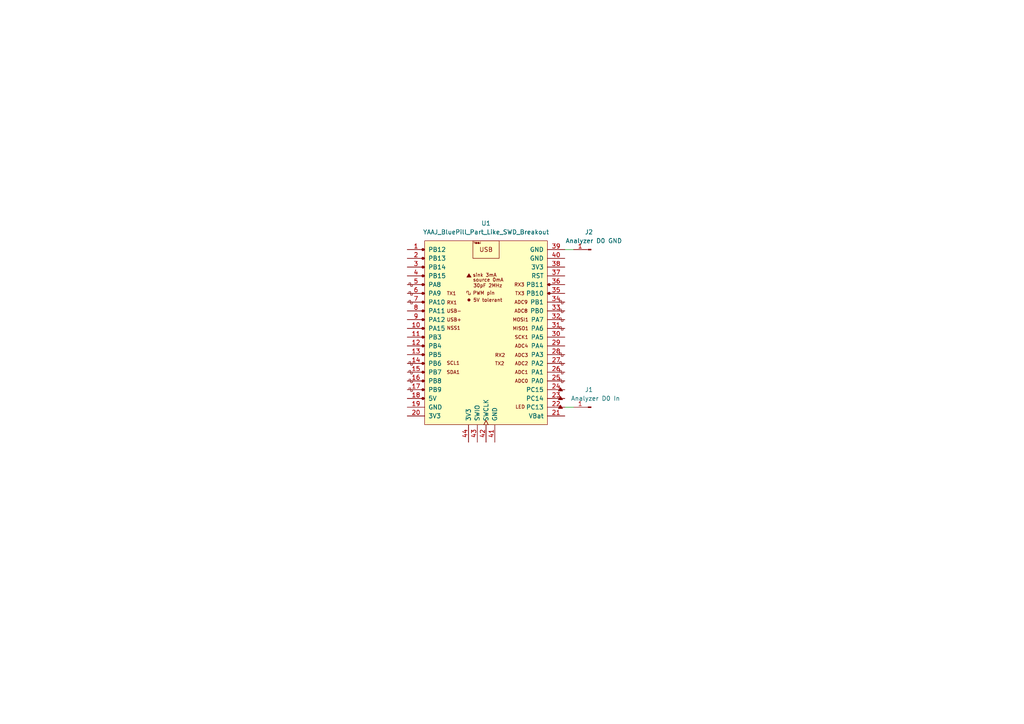
<source format=kicad_sch>
(kicad_sch (version 20231120) (generator "eeschema") (generator_version "8.0")
  (paper "A4")
  (lib_symbols
    (symbol "Connector:Conn_01x01_Pin" (pin_names (offset 1.016) hide)
      (property "Reference" "J" (at 0 2.54 0))
      (property "Value" "Conn_01x01_Pin" (at 0 -2.54 0))
      (symbol "Conn_01x01_Pin_1_1"
        (polyline (pts (xy 1.27 0) (xy 0.8636 0)) (stroke (width 0.1524)))
        (rectangle (start 0.8636 0.127) (end 0 -0.127) (stroke (width 0.1524)) (fill (type outline)))
        (pin passive line (at 5.08 0 180) (length 3.81) (name "Pin_1") (number "1"))
      )
    )
    (symbol "YAAJ_BluePill_Part_Like_SWD_Breakout:YAAJ_BluePill_Part_Like_SWD_Breakout" (pin_names (offset 1.016))
      (property "Reference" "U" (at -15.24 27.94 0))
      (property "Value" "YAAJ_BluePill_Part_Like_SWD_Breakout" (at 20.32 27.94 0))
      (symbol "YAAJ_BluePill_Part_Like_SWD_Breakout_0_0"
        (circle (center -18.288 -20.32) (radius 0.3556) (fill (type outline)))
        (circle (center -18.288 -17.78) (radius 0.3556) (fill (type outline)))
        (circle (center -18.288 -15.24) (radius 0.3556) (fill (type outline)))
        (circle (center -18.288 -12.7) (radius 0.3556) (fill (type outline)))
        (circle (center -18.288 -10.16) (radius 0.3556) (fill (type outline)))
        (circle (center -18.288 -7.62) (radius 0.3556) (fill (type outline)))
        (circle (center -18.288 -5.08) (radius 0.3556) (fill (type outline)))
        (circle (center -18.288 -2.54) (radius 0.3556) (fill (type outline)))
        (circle (center -18.288 0) (radius 0.3556) (fill (type outline)))
        (circle (center -18.288 2.54) (radius 0.3556) (fill (type outline)))
        (circle (center -18.288 5.08) (radius 0.3556) (fill (type outline)))
        (circle (center -18.288 7.62) (radius 0.3556) (fill (type outline)))
        (circle (center -18.288 10.16) (radius 0.3556) (fill (type outline)))
        (circle (center -18.288 12.7) (radius 0.3556) (fill (type outline)))
        (circle (center -18.288 15.24) (radius 0.3556) (fill (type outline)))
        (circle (center -18.288 17.78) (radius 0.3556) (fill (type outline)))
        (circle (center -18.288 22.86) (radius 0.3556) (fill (type outline)))
        (circle (center -4.953 8.255) (radius 0.127) (fill (type outline)))
        (circle (center -4.953 8.255) (radius 0.254))
        (circle (center -4.953 8.255) (radius 0.3556))
        (polyline (pts (xy -5.588 14.859) (xy -4.953 15.875) (xy -4.318 14.859) (xy -5.588 14.859) (xy -4.953 15.748) (xy -4.445 14.859) (xy -5.461 14.986) (xy -4.953 15.621) (xy -4.572 14.859) (xy -5.334 15.113) (xy -4.826 15.494) (xy -4.699 14.859) (xy -5.207 15.24) (xy -4.699 15.367) (xy -4.826 14.986) (xy -5.08 15.24) (xy -4.826 15.113) (xy -4.953 15.367)))
        (polyline (pts (xy 20.955 -23.241) (xy 21.59 -22.225) (xy 22.225 -23.241) (xy 20.955 -23.241) (xy 21.59 -22.352) (xy 22.098 -23.241) (xy 21.082 -23.114) (xy 21.59 -22.479) (xy 21.971 -23.241) (xy 21.209 -22.987) (xy 21.717 -22.606) (xy 21.844 -23.241) (xy 21.336 -22.86) (xy 21.844 -22.733) (xy 21.717 -23.114) (xy 21.463 -22.86) (xy 21.717 -22.987) (xy 21.59 -22.733)))
        (polyline (pts (xy 20.955 -20.701) (xy 21.59 -19.685) (xy 22.225 -20.701) (xy 20.955 -20.701) (xy 21.59 -19.812) (xy 22.098 -20.701) (xy 21.082 -20.574) (xy 21.59 -19.939) (xy 21.971 -20.701) (xy 21.209 -20.447) (xy 21.717 -20.066) (xy 21.844 -20.701) (xy 21.336 -20.32) (xy 21.844 -20.193) (xy 21.717 -20.574) (xy 21.463 -20.32) (xy 21.717 -20.447) (xy 21.59 -20.193)))
        (polyline (pts (xy 20.955 -18.161) (xy 21.59 -17.145) (xy 22.225 -18.161) (xy 20.955 -18.161) (xy 21.59 -17.272) (xy 22.098 -18.161) (xy 21.082 -18.034) (xy 21.59 -17.399) (xy 21.971 -18.161) (xy 21.209 -17.907) (xy 21.717 -17.526) (xy 21.844 -18.161) (xy 21.336 -17.78) (xy 21.844 -17.653) (xy 21.717 -18.034) (xy 21.463 -17.78) (xy 21.717 -17.907) (xy 21.59 -17.653)))
        (circle (center 18.288 10.16) (radius 0.254) (fill (type outline)))
        (circle (center 18.288 10.16) (radius 0.3556))
        (circle (center 18.288 12.7) (radius 0.254) (fill (type outline)))
        (circle (center 18.288 12.7) (radius 0.3556))
        (text "30pF 2MHz" (at 0.508 12.446 0) (effects (font (size 0.9906 0.9906))))
        (text "5V tolerant" (at 0.508 8.255 0) (effects (font (size 0.9906 0.9906))))
        (text "ADC0" (at 10.287 -15.24 0) (effects (font (size 0.9906 0.9906))))
        (text "ADC1" (at 10.287 -12.7 0) (effects (font (size 0.9906 0.9906))))
        (text "ADC2" (at 10.287 -10.16 0) (effects (font (size 0.9906 0.9906))))
        (text "ADC3" (at 10.287 -7.747 0) (effects (font (size 0.9906 0.9906))))
        (text "ADC4" (at 10.287 -5.08 0) (effects (font (size 0.9906 0.9906))))
        (text "ADC8" (at 10.16 5.08 0) (effects (font (size 0.9906 0.9906))))
        (text "ADC9" (at 10.16 7.62 0) (effects (font (size 0.9906 0.9906))))
        (text "LED" (at 9.906 -22.733 0) (effects (font (size 0.9906 0.9906))))
        (text "MISO1" (at 10.033 0 0) (effects (font (size 0.9906 0.9906))))
        (text "MOSI1" (at 10.033 2.54 0) (effects (font (size 0.9906 0.9906))))
        (text "NSS1" (at -9.398 0.127 0) (effects (font (size 0.9906 0.9906))))
        (text "PWM pin" (at -0.635 10.287 0) (effects (font (size 0.9906 0.9906))))
        (text "RX1" (at -9.906 7.493 0) (effects (font (size 0.9906 0.9906))))
        (text "RX2" (at 4.064 -7.747 0) (effects (font (size 0.9906 0.9906))))
        (text "RX3" (at 9.652 12.7 0) (effects (font (size 0.9906 0.9906))))
        (text "SCK1" (at 10.287 -2.54 0) (effects (font (size 0.9906 0.9906))))
        (text "SCL1" (at -9.525 -10.033 0) (effects (font (size 0.9906 0.9906))))
        (text "SDA1" (at -9.525 -12.7 0) (effects (font (size 0.9906 0.9906))))
        (text "sink 3mA" (at -0.381 15.494 0) (effects (font (size 0.9906 0.9906))))
        (text "source 0mA" (at 0.635 14.097 0) (effects (font (size 0.9906 0.9906))))
        (text "TX1" (at -10.033 10.16 0) (effects (font (size 0.9906 0.9906))))
        (text "TX2" (at 3.937 -10.16 0) (effects (font (size 0.9906 0.9906))))
        (text "TX3" (at 9.779 10.16 0) (effects (font (size 0.9906 0.9906))))
        (text "USB" (at 0 22.86 0) (effects (font (size 1.27 1.27))))
        (text "USB+" (at -9.271 2.54 0) (effects (font (size 0.9906 0.9906))))
        (text "USB-" (at -9.271 5.08 0) (effects (font (size 0.9906 0.9906))))
        (text "Y@@J" (at -2.5654 24.8412 0) (effects (font (size 0.508 0.508))))
      )
      (symbol "YAAJ_BluePill_Part_Like_SWD_Breakout_0_1"
        (rectangle (start -17.78 25.4) (end 17.78 -27.94) (fill (type background)))
        (polyline (pts (xy -21.336 -17.78) (xy -21.336 -18.288) (xy -21.844 -18.288) (xy -21.844 -17.272) (xy -22.352 -17.272) (xy -22.352 -17.78)))
        (polyline (pts (xy -21.336 -15.24) (xy -21.336 -15.748) (xy -21.844 -15.748) (xy -21.844 -14.732) (xy -22.352 -14.732) (xy -22.352 -15.24)))
        (polyline (pts (xy -21.336 -12.7) (xy -21.336 -13.208) (xy -21.844 -13.208) (xy -21.844 -12.192) (xy -22.352 -12.192) (xy -22.352 -12.7)))
        (polyline (pts (xy -21.336 -10.16) (xy -21.336 -10.668) (xy -21.844 -10.668) (xy -21.844 -9.652) (xy -22.352 -9.652) (xy -22.352 -10.16)))
        (polyline (pts (xy -21.336 7.62) (xy -21.336 7.112) (xy -21.844 7.112) (xy -21.844 8.128) (xy -22.352 8.128) (xy -22.352 7.62)))
        (polyline (pts (xy -21.336 10.16) (xy -21.336 9.652) (xy -21.844 9.652) (xy -21.844 10.668) (xy -22.352 10.668) (xy -22.352 10.16)))
        (polyline (pts (xy -21.336 12.7) (xy -21.336 12.192) (xy -21.844 12.192) (xy -21.844 13.208) (xy -22.352 13.208) (xy -22.352 12.7)))
        (polyline (pts (xy -4.572 10.287) (xy -4.572 9.779) (xy -5.08 9.779) (xy -5.08 10.795) (xy -5.588 10.795) (xy -5.588 10.287)))
        (polyline (pts (xy 22.352 -15.24) (xy 22.352 -15.748) (xy 21.844 -15.748) (xy 21.844 -14.732) (xy 21.336 -14.732) (xy 21.336 -15.24)))
        (polyline (pts (xy 22.352 -12.7) (xy 22.352 -13.208) (xy 21.844 -13.208) (xy 21.844 -12.192) (xy 21.336 -12.192) (xy 21.336 -12.7)))
        (polyline (pts (xy 22.352 -10.16) (xy 22.352 -10.668) (xy 21.844 -10.668) (xy 21.844 -9.652) (xy 21.336 -9.652) (xy 21.336 -10.16)))
        (polyline (pts (xy 22.352 -7.62) (xy 22.352 -8.128) (xy 21.844 -8.128) (xy 21.844 -7.112) (xy 21.336 -7.112) (xy 21.336 -7.62)))
        (polyline (pts (xy 22.352 0) (xy 22.352 -0.508) (xy 21.844 -0.508) (xy 21.844 0.508) (xy 21.336 0.508) (xy 21.336 0)))
        (polyline (pts (xy 22.352 2.54) (xy 22.352 2.032) (xy 21.844 2.032) (xy 21.844 3.048) (xy 21.336 3.048) (xy 21.336 2.54)))
        (polyline (pts (xy 22.352 5.08) (xy 22.352 4.572) (xy 21.844 4.572) (xy 21.844 5.588) (xy 21.336 5.588) (xy 21.336 5.08)))
        (polyline (pts (xy 22.352 7.62) (xy 22.352 7.112) (xy 21.844 7.112) (xy 21.844 8.128) (xy 21.336 8.128) (xy 21.336 7.62)))
        (rectangle (start 3.81 25.4) (end -3.81 20.32))
      )
      (symbol "YAAJ_BluePill_Part_Like_SWD_Breakout_1_1"
        (circle (center -18.288 20.32) (radius 0.3556) (fill (type outline)))
        (pin bidirectional line (at -22.86 22.86 0) (length 5.08) (name "PB12") (number "1"))
        (pin bidirectional line (at -22.86 0 0) (length 5.08) (name "PA15") (number "10"))
        (pin bidirectional line (at -22.86 -2.54 0) (length 5.08) (name "PB3") (number "11"))
        (pin bidirectional line (at -22.86 -5.08 0) (length 5.08) (name "PB4") (number "12"))
        (pin bidirectional line (at -22.86 -7.62 0) (length 5.08) (name "PB5") (number "13"))
        (pin bidirectional line (at -22.86 -10.16 0) (length 5.08) (name "PB6") (number "14"))
        (pin bidirectional line (at -22.86 -12.7 0) (length 5.08) (name "PB7") (number "15"))
        (pin bidirectional line (at -22.86 -15.24 0) (length 5.08) (name "PB8") (number "16"))
        (pin bidirectional line (at -22.86 -17.78 0) (length 5.08) (name "PB9") (number "17"))
        (pin power_in line (at -22.86 -20.32 0) (length 5.08) (name "5V") (number "18"))
        (pin power_in line (at -22.86 -22.86 0) (length 5.08) (name "GND") (number "19"))
        (pin bidirectional line (at -22.86 20.32 0) (length 5.08) (name "PB13") (number "2"))
        (pin power_in line (at -22.86 -25.4 0) (length 5.08) (name "3V3") (number "20"))
        (pin power_in line (at 22.86 -25.4 180) (length 5.08) (name "VBat") (number "21"))
        (pin bidirectional line (at 22.86 -22.86 180) (length 5.08) (name "PC13") (number "22"))
        (pin bidirectional line (at 22.86 -20.32 180) (length 5.08) (name "PC14") (number "23"))
        (pin bidirectional line (at 22.86 -17.78 180) (length 5.08) (name "PC15") (number "24"))
        (pin bidirectional line (at 22.86 -15.24 180) (length 5.08) (name "PA0") (number "25"))
        (pin bidirectional line (at 22.86 -12.7 180) (length 5.08) (name "PA1") (number "26"))
        (pin bidirectional line (at 22.86 -10.16 180) (length 5.08) (name "PA2") (number "27"))
        (pin bidirectional line (at 22.86 -7.62 180) (length 5.08) (name "PA3") (number "28"))
        (pin bidirectional line (at 22.86 -5.08 180) (length 5.08) (name "PA4") (number "29"))
        (pin bidirectional line (at -22.86 17.78 0) (length 5.08) (name "PB14") (number "3"))
        (pin bidirectional line (at 22.86 -2.54 180) (length 5.08) (name "PA5") (number "30"))
        (pin bidirectional line (at 22.86 0 180) (length 5.08) (name "PA6") (number "31"))
        (pin bidirectional line (at 22.86 2.54 180) (length 5.08) (name "PA7") (number "32"))
        (pin bidirectional line (at 22.86 5.08 180) (length 5.08) (name "PB0") (number "33"))
        (pin bidirectional line (at 22.86 7.62 180) (length 5.08) (name "PB1") (number "34"))
        (pin bidirectional line (at 22.86 10.16 180) (length 5.08) (name "PB10") (number "35"))
        (pin bidirectional line (at 22.86 12.7 180) (length 5.08) (name "PB11") (number "36"))
        (pin input line (at 22.86 15.24 180) (length 5.08) (name "RST") (number "37"))
        (pin power_in line (at 22.86 17.78 180) (length 5.08) (name "3V3") (number "38"))
        (pin power_in line (at 22.86 22.86 180) (length 5.08) (name "GND") (number "39"))
        (pin bidirectional line (at -22.86 15.24 0) (length 5.08) (name "PB15") (number "4"))
        (pin power_in line (at 22.86 20.32 180) (length 5.08) (name "GND") (number "40"))
        (pin power_in line (at 2.54 -33.02 90) (length 5.08) (name "GND") (number "41"))
        (pin bidirectional clock (at 0 -33.02 90) (length 5.08) (name "SWCLK") (number "42"))
        (pin bidirectional line (at -2.54 -33.02 90) (length 5.08) (name "SWIO") (number "43"))
        (pin power_in line (at -5.08 -33.02 90) (length 5.08) (name "3V3") (number "44"))
        (pin bidirectional line (at -22.86 12.7 0) (length 5.08) (name "PA8") (number "5"))
        (pin bidirectional line (at -22.86 10.16 0) (length 5.08) (name "PA9") (number "6"))
        (pin bidirectional line (at -22.86 7.62 0) (length 5.08) (name "PA10") (number "7"))
        (pin bidirectional line (at -22.86 5.08 0) (length 5.08) (name "PA11") (number "8"))
        (pin bidirectional line (at -22.86 2.54 0) (length 5.08) (name "PA12") (number "9"))
      )
    )
  )
  (wire (pts (xy 163.83 72.39) (xy 166.37 72.39)))
  (wire (pts (xy 163.83 118.11) (xy 166.37 118.11)))
  (symbol (lib_id "Connector:Conn_01x01_Pin") (at 171.45 118.11 180) (unit 1)
    (property "Reference" "J1" (at 170.815 113.03 0))
    (property "Value" "Analyzer D0 In" (at 172.72 115.57 0))
    (property "Description" "Generic connector, single row, 01x01, script generated" (effects (hide yes)))
  )
  (symbol (lib_id "Connector:Conn_01x01_Pin") (at 171.45 72.39 180) (unit 1)
    (property "Reference" "J2" (at 170.815 67.31 0))
    (property "Value" "Analyzer D0 GND" (at 172.212 69.85 0))
    (property "Description" "Generic connector, single row, 01x01, script generated" (effects (hide yes)))
  )
  (symbol (lib_id "YAAJ_BluePill_Part_Like_SWD_Breakout:YAAJ_BluePill_Part_Like_SWD_Breakout") (at 140.97 95.25 0) (unit 1)
    (property "Reference" "U1" (at 140.97 64.77 0))
    (property "Value" "YAAJ_BluePill_Part_Like_SWD_Breakout" (at 140.97 67.31 0))
    (property "Description" "STM32 Blue Pill ; not KLC compliant ; SWD broken out" (effects (hide yes)))
  )
)
</source>
